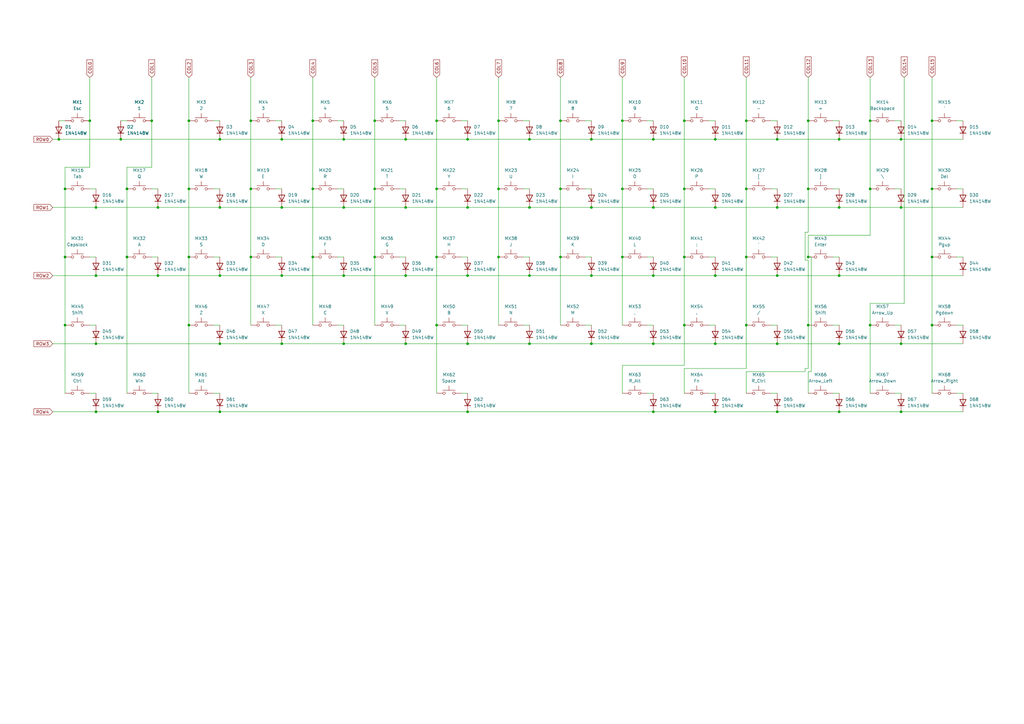
<source format=kicad_sch>
(kicad_sch (version 20250114) (generator "eeschema") (generator_version "9.0")
  (paper "A3")
  (junction (at 306.07 105.41))
  (junction (at 318.77 57.15))
  (junction (at 293.37 85.09))
  (junction (at 356.87 133.35))
  (junction (at 331.47 133.35))
  (junction (at 369.57 85.09))
  (junction (at 217.17 85.09))
  (junction (at 140.97 140.97))
  (junction (at 77.47 105.41))
  (junction (at 255.27 105.41))
  (junction (at 280.67 133.35))
  (junction (at 102.87 77.47))
  (junction (at 77.47 77.47))
  (junction (at 64.77 113.03))
  (junction (at 204.47 77.47))
  (junction (at 191.77 57.15))
  (junction (at 331.47 105.41))
  (junction (at 267.97 168.91))
  (junction (at 344.17 57.15))
  (junction (at 179.07 49.53))
  (junction (at 102.87 105.41))
  (junction (at 293.37 113.03))
  (junction (at 166.37 57.15))
  (junction (at 179.07 133.35))
  (junction (at 344.17 168.91))
  (junction (at 39.37 85.09))
  (junction (at 217.17 113.03))
  (junction (at 293.37 140.97))
  (junction (at 90.17 113.03))
  (junction (at 90.17 140.97))
  (junction (at 306.07 133.35))
  (junction (at 153.67 105.41))
  (junction (at 115.57 57.15))
  (junction (at 36.83 49.53))
  (junction (at 90.17 57.15))
  (junction (at 280.67 105.41))
  (junction (at 128.27 49.53))
  (junction (at 62.23 49.53))
  (junction (at 52.07 105.41))
  (junction (at 39.37 140.97))
  (junction (at 102.87 49.53))
  (junction (at 306.07 49.53))
  (junction (at 382.27 105.41))
  (junction (at 191.77 113.03))
  (junction (at 344.17 113.03))
  (junction (at 344.17 140.97))
  (junction (at 140.97 57.15))
  (junction (at 77.47 49.53))
  (junction (at 128.27 105.41))
  (junction (at 318.77 85.09))
  (junction (at 369.57 140.97))
  (junction (at 267.97 57.15))
  (junction (at 229.87 77.47))
  (junction (at 382.27 133.35))
  (junction (at 90.17 168.91))
  (junction (at 267.97 113.03))
  (junction (at 267.97 140.97))
  (junction (at 217.17 140.97))
  (junction (at 344.17 85.09))
  (junction (at 90.17 85.09))
  (junction (at 280.67 49.53))
  (junction (at 293.37 168.91))
  (junction (at 115.57 140.97))
  (junction (at 242.57 57.15))
  (junction (at 331.47 77.47))
  (junction (at 242.57 113.03))
  (junction (at 369.57 168.91))
  (junction (at 166.37 113.03))
  (junction (at 306.07 77.47))
  (junction (at 26.67 105.41))
  (junction (at 179.07 77.47))
  (junction (at 153.67 49.53))
  (junction (at 64.77 168.91))
  (junction (at 191.77 168.91))
  (junction (at 204.47 49.53))
  (junction (at 318.77 140.97))
  (junction (at 24.13 57.15))
  (junction (at 356.87 77.47))
  (junction (at 242.57 85.09))
  (junction (at 255.27 77.47))
  (junction (at 179.07 105.41))
  (junction (at 369.57 57.15))
  (junction (at 140.97 85.09))
  (junction (at 26.67 77.47))
  (junction (at 49.53 57.15))
  (junction (at 242.57 140.97))
  (junction (at 166.37 140.97))
  (junction (at 64.77 85.09))
  (junction (at 128.27 77.47))
  (junction (at 331.47 49.53))
  (junction (at 382.27 49.53))
  (junction (at 166.37 85.09))
  (junction (at 39.37 113.03))
  (junction (at 382.27 77.47))
  (junction (at 293.37 57.15))
  (junction (at 26.67 133.35))
  (junction (at 356.87 49.53))
  (junction (at 280.67 77.47))
  (junction (at 39.37 168.91))
  (junction (at 52.07 77.47))
  (junction (at 204.47 105.41))
  (junction (at 318.77 168.91))
  (junction (at 140.97 113.03))
  (junction (at 191.77 85.09))
  (junction (at 115.57 85.09))
  (junction (at 153.67 77.47))
  (junction (at 217.17 57.15))
  (junction (at 115.57 113.03))
  (junction (at 229.87 49.53))
  (junction (at 77.47 133.35))
  (junction (at 229.87 105.41))
  (junction (at 191.77 140.97))
  (junction (at 255.27 49.53))
  (junction (at 318.77 113.03))
  (junction (at 267.97 85.09))
  (wire (pts (xy 344.17 168.91) (xy 369.57 168.91)))
  (wire (pts (xy 77.47 133.35) (xy 77.47 161.29)))
  (wire (pts (xy 77.47 49.53) (xy 77.47 77.47)))
  (wire (pts (xy 166.37 85.09) (xy 191.77 85.09)))
  (wire (pts (xy 191.77 85.09) (xy 217.17 85.09)))
  (wire (pts (xy 191.77 168.91) (xy 267.97 168.91)))
  (wire (pts (xy 306.07 152.4) (xy 330.2 152.4)))
  (wire (pts (xy 87.63 133.35) (xy 90.17 133.35)))
  (wire (pts (xy 140.97 57.15) (xy 166.37 57.15)))
  (wire (pts (xy 163.83 133.35) (xy 166.37 133.35)))
  (wire (pts (xy 87.63 49.53) (xy 90.17 49.53)))
  (wire (pts (xy 36.83 49.53) (xy 36.83 68.58)))
  (wire (pts (xy 179.07 77.47) (xy 179.07 105.41)))
  (wire (pts (xy 217.17 57.15) (xy 242.57 57.15)))
  (wire (pts (xy 36.83 105.41) (xy 39.37 105.41)))
  (wire (pts (xy 52.07 77.47) (xy 52.07 105.41)))
  (wire (pts (xy 77.47 31.75) (xy 77.47 49.53)))
  (wire (pts (xy 344.17 140.97) (xy 369.57 140.97)))
  (wire (pts (xy 26.67 133.35) (xy 26.67 161.29)))
  (wire (pts (xy 21.59 113.03) (xy 39.37 113.03)))
  (wire (pts (xy 382.27 77.47) (xy 382.27 105.41)))
  (wire (pts (xy 392.43 161.29) (xy 394.97 161.29)))
  (wire (pts (xy 64.77 168.91) (xy 90.17 168.91)))
  (wire (pts (xy 344.17 85.09) (xy 369.57 85.09)))
  (wire (pts (xy 356.87 133.35) (xy 356.87 161.29)))
  (wire (pts (xy 26.67 77.47) (xy 26.67 105.41)))
  (wire (pts (xy 293.37 85.09) (xy 318.77 85.09)))
  (wire (pts (xy 280.67 77.47) (xy 280.67 105.41)))
  (wire (pts (xy 267.97 57.15) (xy 293.37 57.15)))
  (wire (pts (xy 331.47 77.47) (xy 331.47 95.25)))
  (wire (pts (xy 242.57 140.97) (xy 267.97 140.97)))
  (wire (pts (xy 128.27 105.41) (xy 128.27 133.35)))
  (wire (pts (xy 392.43 49.53) (xy 394.97 49.53)))
  (wire (pts (xy 90.17 113.03) (xy 115.57 113.03)))
  (wire (pts (xy 306.07 133.35) (xy 306.07 151.13)))
  (wire (pts (xy 21.59 57.15) (xy 24.13 57.15)))
  (wire (pts (xy 330.2 95.25) (xy 331.47 95.25)))
  (wire (pts (xy 240.03 77.47) (xy 242.57 77.47)))
  (wire (pts (xy 229.87 105.41) (xy 229.87 133.35)))
  (wire (pts (xy 332.74 105.41) (xy 331.47 105.41)))
  (wire (pts (xy 280.67 133.35) (xy 280.67 149.86)))
  (wire (pts (xy 229.87 77.47) (xy 229.87 105.41)))
  (wire (pts (xy 64.77 113.03) (xy 90.17 113.03)))
  (wire (pts (xy 140.97 140.97) (xy 166.37 140.97)))
  (wire (pts (xy 369.57 57.15) (xy 394.97 57.15)))
  (wire (pts (xy 214.63 49.53) (xy 217.17 49.53)))
  (wire (pts (xy 290.83 161.29) (xy 293.37 161.29)))
  (wire (pts (xy 26.67 105.41) (xy 26.67 133.35)))
  (wire (pts (xy 382.27 105.41) (xy 382.27 133.35)))
  (wire (pts (xy 191.77 113.03) (xy 217.17 113.03)))
  (wire (pts (xy 242.57 113.03) (xy 267.97 113.03)))
  (wire (pts (xy 229.87 49.53) (xy 229.87 77.47)))
  (wire (pts (xy 280.67 105.41) (xy 280.67 133.35)))
  (wire (pts (xy 341.63 105.41) (xy 344.17 105.41)))
  (wire (pts (xy 204.47 49.53) (xy 204.47 77.47)))
  (wire (pts (xy 332.74 152.4) (xy 332.74 105.41)))
  (wire (pts (xy 356.87 49.53) (xy 356.87 77.47)))
  (wire (pts (xy 49.53 49.53) (xy 52.07 49.53)))
  (wire (pts (xy 242.57 85.09) (xy 267.97 85.09)))
  (wire (pts (xy 344.17 113.03) (xy 394.97 113.03)))
  (wire (pts (xy 217.17 113.03) (xy 242.57 113.03)))
  (wire (pts (xy 153.67 105.41) (xy 153.67 133.35)))
  (wire (pts (xy 62.23 31.75) (xy 62.23 49.53)))
  (wire (pts (xy 166.37 113.03) (xy 191.77 113.03)))
  (wire (pts (xy 115.57 140.97) (xy 140.97 140.97)))
  (wire (pts (xy 306.07 31.75) (xy 306.07 49.53)))
  (wire (pts (xy 102.87 31.75) (xy 102.87 49.53)))
  (wire (pts (xy 331.47 96.52) (xy 331.47 105.41)))
  (wire (pts (xy 265.43 49.53) (xy 267.97 49.53)))
  (wire (pts (xy 306.07 77.47) (xy 306.07 105.41)))
  (wire (pts (xy 64.77 85.09) (xy 90.17 85.09)))
  (wire (pts (xy 138.43 105.41) (xy 140.97 105.41)))
  (wire (pts (xy 179.07 105.41) (xy 179.07 133.35)))
  (wire (pts (xy 24.13 49.53) (xy 26.67 49.53)))
  (wire (pts (xy 52.07 68.58) (xy 52.07 77.47)))
  (wire (pts (xy 191.77 57.15) (xy 217.17 57.15)))
  (wire (pts (xy 369.57 168.91) (xy 394.97 168.91)))
  (wire (pts (xy 189.23 105.41) (xy 191.77 105.41)))
  (wire (pts (xy 39.37 168.91) (xy 64.77 168.91)))
  (wire (pts (xy 331.47 133.35) (xy 331.47 151.13)))
  (wire (pts (xy 140.97 85.09) (xy 166.37 85.09)))
  (wire (pts (xy 166.37 57.15) (xy 191.77 57.15)))
  (wire (pts (xy 113.03 105.41) (xy 115.57 105.41)))
  (wire (pts (xy 62.23 49.53) (xy 62.23 68.58)))
  (wire (pts (xy 191.77 140.97) (xy 217.17 140.97)))
  (wire (pts (xy 204.47 31.75) (xy 204.47 49.53)))
  (wire (pts (xy 267.97 140.97) (xy 293.37 140.97)))
  (wire (pts (xy 21.59 168.91) (xy 39.37 168.91)))
  (wire (pts (xy 356.87 77.47) (xy 356.87 96.52)))
  (wire (pts (xy 382.27 49.53) (xy 382.27 77.47)))
  (wire (pts (xy 62.23 105.41) (xy 64.77 105.41)))
  (wire (pts (xy 113.03 133.35) (xy 115.57 133.35)))
  (wire (pts (xy 318.77 57.15) (xy 344.17 57.15)))
  (wire (pts (xy 280.67 31.75) (xy 280.67 49.53)))
  (wire (pts (xy 179.07 133.35) (xy 179.07 161.29)))
  (wire (pts (xy 102.87 49.53) (xy 102.87 77.47)))
  (wire (pts (xy 367.03 49.53) (xy 369.57 49.53)))
  (wire (pts (xy 204.47 77.47) (xy 204.47 105.41)))
  (wire (pts (xy 26.67 68.58) (xy 36.83 68.58)))
  (wire (pts (xy 318.77 140.97) (xy 344.17 140.97)))
  (wire (pts (xy 265.43 161.29) (xy 267.97 161.29)))
  (wire (pts (xy 331.47 49.53) (xy 331.47 77.47)))
  (wire (pts (xy 316.23 161.29) (xy 318.77 161.29)))
  (wire (pts (xy 293.37 140.97) (xy 318.77 140.97)))
  (wire (pts (xy 39.37 85.09) (xy 21.59 85.09)))
  (wire (pts (xy 265.43 77.47) (xy 267.97 77.47)))
  (wire (pts (xy 316.23 77.47) (xy 318.77 77.47)))
  (wire (pts (xy 229.87 31.75) (xy 229.87 49.53)))
  (wire (pts (xy 331.47 96.52) (xy 356.87 96.52)))
  (wire (pts (xy 36.83 77.47) (xy 39.37 77.47)))
  (wire (pts (xy 90.17 57.15) (xy 115.57 57.15)))
  (wire (pts (xy 316.23 105.41) (xy 318.77 105.41)))
  (wire (pts (xy 293.37 113.03) (xy 318.77 113.03)))
  (wire (pts (xy 179.07 49.53) (xy 179.07 77.47)))
  (wire (pts (xy 392.43 105.41) (xy 394.97 105.41)))
  (wire (pts (xy 255.27 49.53) (xy 255.27 77.47)))
  (wire (pts (xy 214.63 133.35) (xy 217.17 133.35)))
  (wire (pts (xy 293.37 168.91) (xy 318.77 168.91)))
  (wire (pts (xy 306.07 105.41) (xy 306.07 133.35)))
  (wire (pts (xy 240.03 49.53) (xy 242.57 49.53)))
  (wire (pts (xy 341.63 161.29) (xy 344.17 161.29)))
  (wire (pts (xy 356.87 31.75) (xy 356.87 49.53)))
  (wire (pts (xy 115.57 113.03) (xy 140.97 113.03)))
  (wire (pts (xy 242.57 57.15) (xy 267.97 57.15)))
  (wire (pts (xy 115.57 85.09) (xy 140.97 85.09)))
  (wire (pts (xy 39.37 140.97) (xy 90.17 140.97)))
  (wire (pts (xy 369.57 140.97) (xy 394.97 140.97)))
  (wire (pts (xy 330.2 151.13) (xy 331.47 151.13)))
  (wire (pts (xy 331.47 106.68) (xy 330.2 106.68)))
  (wire (pts (xy 330.2 106.68) (xy 330.2 95.25)))
  (wire (pts (xy 290.83 105.41) (xy 293.37 105.41)))
  (wire (pts (xy 128.27 31.75) (xy 128.27 49.53)))
  (wire (pts (xy 382.27 31.75) (xy 382.27 49.53)))
  (wire (pts (xy 265.43 105.41) (xy 267.97 105.41)))
  (wire (pts (xy 90.17 140.97) (xy 115.57 140.97)))
  (wire (pts (xy 330.2 152.4) (xy 330.2 151.13)))
  (wire (pts (xy 138.43 133.35) (xy 140.97 133.35)))
  (wire (pts (xy 280.67 49.53) (xy 280.67 77.47)))
  (wire (pts (xy 356.87 124.46) (xy 370.84 124.46)))
  (wire (pts (xy 341.63 77.47) (xy 344.17 77.47)))
  (wire (pts (xy 39.37 113.03) (xy 64.77 113.03)))
  (wire (pts (xy 26.67 77.47) (xy 26.67 68.58)))
  (wire (pts (xy 280.67 151.13) (xy 280.67 161.29)))
  (wire (pts (xy 255.27 149.86) (xy 280.67 149.86)))
  (wire (pts (xy 115.57 57.15) (xy 140.97 57.15)))
  (wire (pts (xy 140.97 113.03) (xy 166.37 113.03)))
  (wire (pts (xy 166.37 140.97) (xy 191.77 140.97)))
  (wire (pts (xy 293.37 57.15) (xy 318.77 57.15)))
  (wire (pts (xy 331.47 152.4) (xy 332.74 152.4)))
  (wire (pts (xy 36.83 31.75) (xy 36.83 49.53)))
  (wire (pts (xy 331.47 31.75) (xy 331.47 49.53)))
  (wire (pts (xy 255.27 31.75) (xy 255.27 49.53)))
  (wire (pts (xy 255.27 149.86) (xy 255.27 161.29)))
  (wire (pts (xy 90.17 85.09) (xy 115.57 85.09)))
  (wire (pts (xy 331.47 161.29) (xy 331.47 152.4)))
  (wire (pts (xy 367.03 133.35) (xy 369.57 133.35)))
  (wire (pts (xy 280.67 151.13) (xy 306.07 151.13)))
  (wire (pts (xy 267.97 168.91) (xy 293.37 168.91)))
  (wire (pts (xy 318.77 85.09) (xy 344.17 85.09)))
  (wire (pts (xy 316.23 133.35) (xy 318.77 133.35)))
  (wire (pts (xy 163.83 49.53) (xy 166.37 49.53)))
  (wire (pts (xy 49.53 57.15) (xy 90.17 57.15)))
  (wire (pts (xy 189.23 77.47) (xy 191.77 77.47)))
  (wire (pts (xy 204.47 105.41) (xy 204.47 133.35)))
  (wire (pts (xy 128.27 49.53) (xy 128.27 77.47)))
  (wire (pts (xy 217.17 85.09) (xy 242.57 85.09)))
  (wire (pts (xy 265.43 133.35) (xy 267.97 133.35)))
  (wire (pts (xy 341.63 49.53) (xy 344.17 49.53)))
  (wire (pts (xy 267.97 113.03) (xy 293.37 113.03)))
  (wire (pts (xy 240.03 133.35) (xy 242.57 133.35)))
  (wire (pts (xy 356.87 124.46) (xy 356.87 133.35)))
  (wire (pts (xy 52.07 105.41) (xy 52.07 161.29)))
  (wire (pts (xy 102.87 105.41) (xy 102.87 133.35)))
  (wire (pts (xy 290.83 49.53) (xy 293.37 49.53)))
  (wire (pts (xy 138.43 77.47) (xy 140.97 77.47)))
  (wire (pts (xy 113.03 49.53) (xy 115.57 49.53)))
  (wire (pts (xy 240.03 105.41) (xy 242.57 105.41)))
  (wire (pts (xy 370.84 31.75) (xy 370.84 124.46)))
  (wire (pts (xy 189.23 49.53) (xy 191.77 49.53)))
  (wire (pts (xy 21.59 140.97) (xy 39.37 140.97)))
  (wire (pts (xy 189.23 133.35) (xy 191.77 133.35)))
  (wire (pts (xy 24.13 57.15) (xy 49.53 57.15)))
  (wire (pts (xy 153.67 31.75) (xy 153.67 49.53)))
  (wire (pts (xy 163.83 105.41) (xy 166.37 105.41)))
  (wire (pts (xy 36.83 161.29) (xy 39.37 161.29)))
  (wire (pts (xy 290.83 77.47) (xy 293.37 77.47)))
  (wire (pts (xy 153.67 49.53) (xy 153.67 77.47)))
  (wire (pts (xy 77.47 77.47) (xy 77.47 105.41)))
  (wire (pts (xy 318.77 113.03) (xy 344.17 113.03)))
  (wire (pts (xy 369.57 85.09) (xy 394.97 85.09)))
  (wire (pts (xy 62.23 77.47) (xy 64.77 77.47)))
  (wire (pts (xy 102.87 77.47) (xy 102.87 105.41)))
  (wire (pts (xy 331.47 133.35) (xy 331.47 106.68)))
  (wire (pts (xy 153.67 77.47) (xy 153.67 105.41)))
  (wire (pts (xy 255.27 105.41) (xy 255.27 133.35)))
  (wire (pts (xy 189.23 161.29) (xy 191.77 161.29)))
  (wire (pts (xy 267.97 85.09) (xy 293.37 85.09)))
  (wire (pts (xy 214.63 77.47) (xy 217.17 77.47)))
  (wire (pts (xy 367.03 161.29) (xy 369.57 161.29)))
  (wire (pts (xy 90.17 168.91) (xy 191.77 168.91)))
  (wire (pts (xy 87.63 161.29) (xy 90.17 161.29)))
  (wire (pts (xy 77.47 105.41) (xy 77.47 133.35)))
  (wire (pts (xy 344.17 57.15) (xy 369.57 57.15)))
  (wire (pts (xy 318.77 168.91) (xy 344.17 168.91)))
  (wire (pts (xy 62.23 68.58) (xy 52.07 68.58)))
  (wire (pts (xy 87.63 105.41) (xy 90.17 105.41)))
  (wire (pts (xy 217.17 140.97) (xy 242.57 140.97)))
  (wire (pts (xy 128.27 77.47) (xy 128.27 105.41)))
  (wire (pts (xy 36.83 133.35) (xy 39.37 133.35)))
  (wire (pts (xy 382.27 133.35) (xy 382.27 161.29)))
  (wire (pts (xy 341.63 133.35) (xy 344.17 133.35)))
  (wire (pts (xy 62.23 161.29) (xy 64.77 161.29)))
  (wire (pts (xy 306.07 161.29) (xy 306.07 152.4)))
  (wire (pts (xy 367.03 77.47) (xy 369.57 77.47)))
  (wire (pts (xy 392.43 77.47) (xy 394.97 77.47)))
  (wire (pts (xy 290.83 133.35) (xy 293.37 133.35)))
  (wire (pts (xy 214.63 105.41) (xy 217.17 105.41)))
  (wire (pts (xy 138.43 49.53) (xy 140.97 49.53)))
  (wire (pts (xy 316.23 49.53) (xy 318.77 49.53)))
  (wire (pts (xy 39.37 85.09) (xy 64.77 85.09)))
  (wire (pts (xy 113.03 77.47) (xy 115.57 77.47)))
  (wire (pts (xy 392.43 133.35) (xy 394.97 133.35)))
  (wire (pts (xy 255.27 77.47) (xy 255.27 105.41)))
  (wire (pts (xy 179.07 31.75) (xy 179.07 49.53)))
  (wire (pts (xy 163.83 77.47) (xy 166.37 77.47)))
  (wire (pts (xy 87.63 77.47) (xy 90.17 77.47)))
  (wire (pts (xy 306.07 49.53) (xy 306.07 77.47)))
  (global_label "COL1" (shape input) (at 62.23 31.75 90) (property "Intersheetrefs" "${INTERSHEET_REFS}" (effects (hide yes))))
  (global_label "COL11" (shape input) (at 306.07 31.75 90) (property "Intersheetrefs" "${INTERSHEET_REFS}" (effects (hide yes))))
  (global_label "COL13" (shape input) (at 356.87 31.75 90) (property "Intersheetrefs" "${INTERSHEET_REFS}" (effects (hide yes))))
  (global_label "COL2" (shape input) (at 77.47 31.75 90) (property "Intersheetrefs" "${INTERSHEET_REFS}" (effects (hide yes))))
  (global_label "COL6" (shape input) (at 179.07 31.75 90) (property "Intersheetrefs" "${INTERSHEET_REFS}" (effects (hide yes))))
  (global_label "COL14" (shape input) (at 370.84 31.75 90) (property "Intersheetrefs" "${INTERSHEET_REFS}" (effects (hide yes))))
  (global_label "COL7" (shape input) (at 204.47 31.75 90) (property "Intersheetrefs" "${INTERSHEET_REFS}" (effects (hide yes))))
  (global_label "ROW2" (shape input) (at 21.59 113.03 180) (property "Intersheetrefs" "${INTERSHEET_REFS}" (effects (hide yes))))
  (global_label "ROW0" (shape input) (at 21.59 57.15 180) (property "Intersheetrefs" "${INTERSHEET_REFS}" (effects (hide yes))))
  (global_label "COL3" (shape input) (at 102.87 31.75 90) (property "Intersheetrefs" "${INTERSHEET_REFS}" (effects (hide yes))))
  (global_label "COL5" (shape input) (at 153.67 31.75 90) (property "Intersheetrefs" "${INTERSHEET_REFS}" (effects (hide yes))))
  (global_label "ROW4" (shape input) (at 21.59 168.91 180) (property "Intersheetrefs" "${INTERSHEET_REFS}" (effects (hide yes))))
  (global_label "COL0" (shape input) (at 36.83 31.75 90) (property "Intersheetrefs" "${INTERSHEET_REFS}" (effects (hide yes))))
  (global_label "COL8" (shape input) (at 229.87 31.75 90) (property "Intersheetrefs" "${INTERSHEET_REFS}" (effects (hide yes))))
  (global_label "ROW3" (shape input) (at 21.59 140.97 180) (property "Intersheetrefs" "${INTERSHEET_REFS}" (effects (hide yes))))
  (global_label "COL15" (shape input) (at 382.27 31.75 90) (property "Intersheetrefs" "${INTERSHEET_REFS}" (effects (hide yes))))
  (global_label "COL10" (shape input) (at 280.67 31.75 90) (property "Intersheetrefs" "${INTERSHEET_REFS}" (effects (hide yes))))
  (global_label "COL4" (shape input) (at 128.27 31.75 90) (property "Intersheetrefs" "${INTERSHEET_REFS}" (effects (hide yes))))
  (global_label "COL9" (shape input) (at 255.27 31.75 90) (property "Intersheetrefs" "${INTERSHEET_REFS}" (effects (hide yes))))
  (global_label "COL12" (shape input) (at 331.47 31.75 90) (property "Intersheetrefs" "${INTERSHEET_REFS}" (effects (hide yes))))
  (global_label "ROW1" (shape input) (at 21.59 85.09 180) (property "Intersheetrefs" "${INTERSHEET_REFS}" (effects (hide yes))))
  (symbol (lib_id "Switch:SW_Push") (at 57.15 49.53 0) (unit 1)
    (property "Reference" "MX2" (at 57.15 41.91 0))
    (property "Value" "1" (at 57.15 44.45 0))
    (property "Footprint" "MX_Hotswap:MX-Hotswap-1U" (effects (hide yes)))
    (property "Description" "Push button switch, generic, two pins" (effects (hide yes)))
  )
  (symbol (lib_id "Switch:SW_Push") (at 82.55 77.47 0) (unit 1)
    (property "Reference" "MX18" (at 82.55 69.85 0))
    (property "Value" "W" (at 82.55 72.39 0))
    (property "Footprint" "MX_Hotswap:MX-Hotswap-1U" (effects (hide yes)))
    (property "Description" "Push button switch, generic, two pins" (effects (hide yes)))
  )
  (symbol (lib_id "Device:D") (at 293.37 137.16 90) (unit 1)
    (property "Reference" "D54" (at 295.91 135.8899 90) (effects (justify right)))
    (property "Value" "1N4148W" (at 295.91 138.4299 90) (effects (justify right)))
    (property "Footprint" "Diode_SMD:D_SOD-123" (effects (hide yes)))
    (property "Description" "Diode" (effects (hide yes)))
    (property "Sim.Device" "D" (effects (hide yes)))
    (property "Sim.Pins" "1=K 2=A" (effects (hide yes)))
  )
  (symbol (lib_id "Switch:SW_Push") (at 361.95 49.53 0) (unit 1)
    (property "Reference" "MX14" (at 361.95 41.91 0))
    (property "Value" "Backspace" (at 361.95 44.45 0))
    (property "Footprint" "MX_Hotswap:MX-Hotswap-2U" (effects (hide yes)))
    (property "Description" "Push button switch, generic, two pins" (effects (hide yes)))
  )
  (symbol (lib_id "Switch:SW_Push") (at 311.15 77.47 0) (unit 1)
    (property "Reference" "MX27" (at 311.15 69.85 0))
    (property "Value" "[" (at 311.15 72.39 0))
    (property "Footprint" "MX_Hotswap:MX-Hotswap-1U" (effects (hide yes)))
    (property "Description" "Push button switch, generic, two pins" (effects (hide yes)))
  )
  (symbol (lib_id "Device:D") (at 90.17 53.34 90) (unit 1)
    (property "Reference" "D3" (at 92.71 52.0699 90) (effects (justify right)))
    (property "Value" "1N4148W" (at 92.71 54.6099 90) (effects (justify right)))
    (property "Footprint" "Diode_SMD:D_SOD-123" (effects (hide yes)))
    (property "Description" "Diode" (effects (hide yes)))
    (property "Sim.Device" "D" (effects (hide yes)))
    (property "Sim.Pins" "1=K 2=A" (effects (hide yes)))
  )
  (symbol (lib_id "Device:D") (at 344.17 81.28 90) (unit 1)
    (property "Reference" "D28" (at 346.71 80.0099 90) (effects (justify right)))
    (property "Value" "1N4148W" (at 346.71 82.5499 90) (effects (justify right)))
    (property "Footprint" "Diode_SMD:D_SOD-123" (effects (hide yes)))
    (property "Description" "Diode" (effects (hide yes)))
    (property "Sim.Device" "D" (effects (hide yes)))
    (property "Sim.Pins" "1=K 2=A" (effects (hide yes)))
  )
  (symbol (lib_id "Device:D") (at 242.57 109.22 90) (unit 1)
    (property "Reference" "D39" (at 245.11 107.9499 90) (effects (justify right)))
    (property "Value" "1N4148W" (at 245.11 110.4899 90) (effects (justify right)))
    (property "Footprint" "Diode_SMD:D_SOD-123" (effects (hide yes)))
    (property "Description" "Diode" (effects (hide yes)))
    (property "Sim.Device" "D" (effects (hide yes)))
    (property "Sim.Pins" "1=K 2=A" (effects (hide yes)))
  )
  (symbol (lib_id "Switch:SW_Push") (at 31.75 105.41 0) (unit 1)
    (property "Reference" "MX31" (at 31.75 97.79 0))
    (property "Value" "Capslock" (at 31.75 100.33 0))
    (property "Footprint" "MX_Hotswap:MX-Hotswap-1.75U" (effects (hide yes)))
    (property "Description" "Push button switch, generic, two pins" (effects (hide yes)))
  )
  (symbol (lib_id "Switch:SW_Push") (at 31.75 133.35 0) (unit 1)
    (property "Reference" "MX45" (at 31.75 125.73 0))
    (property "Value" "Shift" (at 31.75 128.27 0))
    (property "Footprint" "MX_Hotswap:MX-Hotswap-2.25U" (effects (hide yes)))
    (property "Description" "Push button switch, generic, two pins" (effects (hide yes)))
  )
  (symbol (lib_id "Device:D") (at 115.57 53.34 90) (unit 1)
    (property "Reference" "D4" (at 118.11 52.0699 90) (effects (justify right)))
    (property "Value" "1N4148W" (at 118.11 54.6099 90) (effects (justify right)))
    (property "Footprint" "Diode_SMD:D_SOD-123" (effects (hide yes)))
    (property "Description" "Diode" (effects (hide yes)))
    (property "Sim.Device" "D" (effects (hide yes)))
    (property "Sim.Pins" "1=K 2=A" (effects (hide yes)))
  )
  (symbol (lib_id "Switch:SW_Push") (at 82.55 133.35 0) (unit 1)
    (property "Reference" "MX46" (at 82.55 125.73 0))
    (property "Value" "Z" (at 82.55 128.27 0))
    (property "Footprint" "MX_Hotswap:MX-Hotswap-1U" (effects (hide yes)))
    (property "Description" "Push button switch, generic, two pins" (effects (hide yes)))
  )
  (symbol (lib_id "Device:D") (at 39.37 109.22 90) (unit 1)
    (property "Reference" "D31" (at 41.91 107.9499 90) (effects (justify right)))
    (property "Value" "1N4148W" (at 41.91 110.4899 90) (effects (justify right)))
    (property "Footprint" "Diode_SMD:D_SOD-123" (effects (hide yes)))
    (property "Description" "Diode" (effects (hide yes)))
    (property "Sim.Device" "D" (effects (hide yes)))
    (property "Sim.Pins" "1=K 2=A" (effects (hide yes)))
  )
  (symbol (lib_id "Switch:SW_Push") (at 387.35 105.41 0) (unit 1)
    (property "Reference" "MX44" (at 387.35 97.79 0))
    (property "Value" "Pgup" (at 387.35 100.33 0))
    (property "Footprint" "MX_Hotswap:MX-Hotswap-1U" (effects (hide yes)))
    (property "Description" "Push button switch, generic, two pins" (effects (hide yes)))
  )
  (symbol (lib_id "Device:D") (at 369.57 137.16 90) (unit 1)
    (property "Reference" "D57" (at 372.11 135.8899 90) (effects (justify right)))
    (property "Value" "1N4148W" (at 372.11 138.4299 90) (effects (justify right)))
    (property "Footprint" "Diode_SMD:D_SOD-123" (effects (hide yes)))
    (property "Description" "Diode" (effects (hide yes)))
    (property "Sim.Device" "D" (effects (hide yes)))
    (property "Sim.Pins" "1=K 2=A" (effects (hide yes)))
  )
  (symbol (lib_id "Switch:SW_Push") (at 387.35 77.47 0) (unit 1)
    (property "Reference" "MX30" (at 387.35 69.85 0))
    (property "Value" "Del" (at 387.35 72.39 0))
    (property "Footprint" "MX_Hotswap:MX-Hotswap-1U" (effects (hide yes)))
    (property "Description" "Push button switch, generic, two pins" (effects (hide yes)))
  )
  (symbol (lib_id "Device:D") (at 293.37 109.22 90) (unit 1)
    (property "Reference" "D41" (at 295.91 107.9499 90) (effects (justify right)))
    (property "Value" "1N4148W" (at 295.91 110.4899 90) (effects (justify right)))
    (property "Footprint" "Diode_SMD:D_SOD-123" (effects (hide yes)))
    (property "Description" "Diode" (effects (hide yes)))
    (property "Sim.Device" "D" (effects (hide yes)))
    (property "Sim.Pins" "1=K 2=A" (effects (hide yes)))
  )
  (symbol (lib_id "Switch:SW_Push") (at 260.35 133.35 0) (unit 1)
    (property "Reference" "MX53" (at 260.35 125.73 0))
    (property "Value" "," (at 260.35 128.27 0))
    (property "Footprint" "MX_Hotswap:MX-Hotswap-1U" (effects (hide yes)))
    (property "Description" "Push button switch, generic, two pins" (effects (hide yes)))
  )
  (symbol (lib_id "Device:D") (at 242.57 137.16 90) (unit 1)
    (property "Reference" "D52" (at 245.11 135.8899 90) (effects (justify right)))
    (property "Value" "1N4148W" (at 245.11 138.4299 90) (effects (justify right)))
    (property "Footprint" "Diode_SMD:D_SOD-123" (effects (hide yes)))
    (property "Description" "Diode" (effects (hide yes)))
    (property "Sim.Device" "D" (effects (hide yes)))
    (property "Sim.Pins" "1=K 2=A" (effects (hide yes)))
  )
  (symbol (lib_id "Device:D") (at 191.77 137.16 90) (unit 1)
    (property "Reference" "D50" (at 194.31 135.8899 90) (effects (justify right)))
    (property "Value" "1N4148W" (at 194.31 138.4299 90) (effects (justify right)))
    (property "Footprint" "Diode_SMD:D_SOD-123" (effects (hide yes)))
    (property "Description" "Diode" (effects (hide yes)))
    (property "Sim.Device" "D" (effects (hide yes)))
    (property "Sim.Pins" "1=K 2=A" (effects (hide yes)))
  )
  (symbol (lib_id "Device:D") (at 318.77 137.16 90) (unit 1)
    (property "Reference" "D55" (at 321.31 135.8899 90) (effects (justify right)))
    (property "Value" "1N4148W" (at 321.31 138.4299 90) (effects (justify right)))
    (property "Footprint" "Diode_SMD:D_SOD-123" (effects (hide yes)))
    (property "Description" "Diode" (effects (hide yes)))
    (property "Sim.Device" "D" (effects (hide yes)))
    (property "Sim.Pins" "1=K 2=A" (effects (hide yes)))
  )
  (symbol (lib_id "Device:D") (at 39.37 165.1 90) (unit 1)
    (property "Reference" "D59" (at 41.91 163.8299 90) (effects (justify right)))
    (property "Value" "1N4148W" (at 41.91 166.3699 90) (effects (justify right)))
    (property "Footprint" "Diode_SMD:D_SOD-123" (effects (hide yes)))
    (property "Description" "Diode" (effects (hide yes)))
    (property "Sim.Device" "D" (effects (hide yes)))
    (property "Sim.Pins" "1=K 2=A" (effects (hide yes)))
  )
  (symbol (lib_id "Device:D") (at 242.57 53.34 90) (unit 1)
    (property "Reference" "D9" (at 245.11 52.0699 90) (effects (justify right)))
    (property "Value" "1N4148W" (at 245.11 54.6099 90) (effects (justify right)))
    (property "Footprint" "Diode_SMD:D_SOD-123" (effects (hide yes)))
    (property "Description" "Diode" (effects (hide yes)))
    (property "Sim.Device" "D" (effects (hide yes)))
    (property "Sim.Pins" "1=K 2=A" (effects (hide yes)))
  )
  (symbol (lib_id "Switch:SW_Push") (at 260.35 77.47 0) (unit 1)
    (property "Reference" "MX25" (at 260.35 69.85 0))
    (property "Value" "O" (at 260.35 72.39 0))
    (property "Footprint" "MX_Hotswap:MX-Hotswap-1U" (effects (hide yes)))
    (property "Description" "Push button switch, generic, two pins" (effects (hide yes)))
  )
  (symbol (lib_id "Device:D") (at 394.97 81.28 90) (unit 1)
    (property "Reference" "D30" (at 397.51 80.0099 90) (effects (justify right)))
    (property "Value" "1N4148W" (at 397.51 82.5499 90) (effects (justify right)))
    (property "Footprint" "Diode_SMD:D_SOD-123" (effects (hide yes)))
    (property "Description" "Diode" (effects (hide yes)))
    (property "Sim.Device" "D" (effects (hide yes)))
    (property "Sim.Pins" "1=K 2=A" (effects (hide yes)))
  )
  (symbol (lib_id "Device:D") (at 394.97 109.22 90) (unit 1)
    (property "Reference" "D44" (at 397.51 107.9499 90) (effects (justify right)))
    (property "Value" "1N4148W" (at 397.51 110.4899 90) (effects (justify right)))
    (property "Footprint" "Diode_SMD:D_SOD-123" (effects (hide yes)))
    (property "Description" "Diode" (effects (hide yes)))
    (property "Sim.Device" "D" (effects (hide yes)))
    (property "Sim.Pins" "1=K 2=A" (effects (hide yes)))
  )
  (symbol (lib_id "Switch:SW_Push") (at 184.15 49.53 0) (unit 1)
    (property "Reference" "MX7" (at 184.15 41.91 0))
    (property "Value" "6" (at 184.15 44.45 0))
    (property "Footprint" "MX_Hotswap:MX-Hotswap-1U" (effects (hide yes)))
    (property "Description" "Push button switch, generic, two pins" (effects (hide yes)))
  )
  (symbol (lib_id "Device:D") (at 344.17 53.34 90) (unit 1)
    (property "Reference" "D13" (at 346.71 52.0699 90) (effects (justify right)))
    (property "Value" "1N4148W" (at 346.71 54.6099 90) (effects (justify right)))
    (property "Footprint" "Diode_SMD:D_SOD-123" (effects (hide yes)))
    (property "Description" "Diode" (effects (hide yes)))
    (property "Sim.Device" "D" (effects (hide yes)))
    (property "Sim.Pins" "1=K 2=A" (effects (hide yes)))
  )
  (symbol (lib_id "Device:D") (at 49.53 53.34 90) (unit 1)
    (property "Reference" "D2" (at 52.07 52.0699 90) (effects (justify right)))
    (property "Value" "1N4148W" (at 52.07 54.6099 90) (effects (justify right)))
    (property "Footprint" "Diode_SMD:D_SOD-123" (effects (hide yes)))
    (property "Description" "Diode" (effects (hide yes)))
    (property "Sim.Device" "D" (effects (hide yes)))
    (property "Sim.Pins" "1=K 2=A" (effects (hide yes)))
  )
  (symbol (lib_id "Switch:SW_Push") (at 184.15 105.41 0) (unit 1)
    (property "Reference" "MX37" (at 184.15 97.79 0))
    (property "Value" "H" (at 184.15 100.33 0))
    (property "Footprint" "MX_Hotswap:MX-Hotswap-1U" (effects (hide yes)))
    (property "Description" "Push button switch, generic, two pins" (effects (hide yes)))
  )
  (symbol (lib_id "Device:D") (at 394.97 137.16 90) (unit 1)
    (property "Reference" "D58" (at 397.51 135.8899 90) (effects (justify right)))
    (property "Value" "1N4148W" (at 397.51 138.4299 90) (effects (justify right)))
    (property "Footprint" "Diode_SMD:D_SOD-123" (effects (hide yes)))
    (property "Description" "Diode" (effects (hide yes)))
    (property "Sim.Device" "D" (effects (hide yes)))
    (property "Sim.Pins" "1=K 2=A" (effects (hide yes)))
  )
  (symbol (lib_id "Switch:SW_Push") (at 133.35 49.53 0) (unit 1)
    (property "Reference" "MX5" (at 133.35 41.91 0))
    (property "Value" "4" (at 133.35 44.45 0))
    (property "Footprint" "MX_Hotswap:MX-Hotswap-1U" (effects (hide yes)))
    (property "Description" "Push button switch, generic, two pins" (effects (hide yes)))
  )
  (symbol (lib_id "Switch:SW_Push") (at 260.35 161.29 0) (unit 1)
    (property "Reference" "MX63" (at 260.35 153.67 0))
    (property "Value" "R_Alt" (at 260.35 156.21 0))
    (property "Footprint" "MX_Hotswap:MX-Hotswap-1U" (effects (hide yes)))
    (property "Description" "Push button switch, generic, two pins" (effects (hide yes)))
  )
  (symbol (lib_id "Device:D") (at 24.13 53.34 90) (unit 1)
    (property "Reference" "D1" (at 26.67 52.0699 90) (effects (justify right)))
    (property "Value" "1N4148W" (at 26.67 54.6099 90) (effects (justify right)))
    (property "Footprint" "Diode_SMD:D_SOD-123" (effects (hide yes)))
    (property "Description" "Diode" (effects (hide yes)))
    (property "Sim.Device" "D" (effects (hide yes)))
    (property "Sim.Pins" "1=K 2=A" (effects (hide yes)))
  )
  (symbol (lib_id "Switch:SW_Push") (at 82.55 161.29 0) (unit 1)
    (property "Reference" "MX61" (at 82.55 153.67 0))
    (property "Value" "Alt" (at 82.55 156.21 0))
    (property "Footprint" "MX_Hotswap:MX-Hotswap-1.25U" (effects (hide yes)))
    (property "Description" "Push button switch, generic, two pins" (effects (hide yes)))
  )
  (symbol (lib_id "Switch:SW_Push") (at 107.95 77.47 0) (unit 1)
    (property "Reference" "MX19" (at 107.95 69.85 0))
    (property "Value" "E" (at 107.95 72.39 0))
    (property "Footprint" "MX_Hotswap:MX-Hotswap-1U" (effects (hide yes)))
    (property "Description" "Push button switch, generic, two pins" (effects (hide yes)))
  )
  (symbol (lib_id "Device:D") (at 140.97 137.16 90) (unit 1)
    (property "Reference" "D48" (at 143.51 135.8899 90) (effects (justify right)))
    (property "Value" "1N4148W" (at 143.51 138.4299 90) (effects (justify right)))
    (property "Footprint" "Diode_SMD:D_SOD-123" (effects (hide yes)))
    (property "Description" "Diode" (effects (hide yes)))
    (property "Sim.Device" "D" (effects (hide yes)))
    (property "Sim.Pins" "1=K 2=A" (effects (hide yes)))
  )
  (symbol (lib_id "Switch:SW_Push") (at 107.95 133.35 0) (unit 1)
    (property "Reference" "MX47" (at 107.95 125.73 0))
    (property "Value" "X" (at 107.95 128.27 0))
    (property "Footprint" "MX_Hotswap:MX-Hotswap-1U" (effects (hide yes)))
    (property "Description" "Push button switch, generic, two pins" (effects (hide yes)))
  )
  (symbol (lib_id "Device:D") (at 267.97 165.1 90) (unit 1)
    (property "Reference" "D63" (at 270.51 163.8299 90) (effects (justify right)))
    (property "Value" "1N4148W" (at 270.51 166.3699 90) (effects (justify right)))
    (property "Footprint" "Diode_SMD:D_SOD-123" (effects (hide yes)))
    (property "Description" "Diode" (effects (hide yes)))
    (property "Sim.Device" "D" (effects (hide yes)))
    (property "Sim.Pins" "1=K 2=A" (effects (hide yes)))
  )
  (symbol (lib_id "Switch:SW_Push") (at 234.95 49.53 0) (unit 1)
    (property "Reference" "MX9" (at 234.95 41.91 0))
    (property "Value" "8" (at 234.95 44.45 0))
    (property "Footprint" "MX_Hotswap:MX-Hotswap-1U" (effects (hide yes)))
    (property "Description" "Push button switch, generic, two pins" (effects (hide yes)))
  )
  (symbol (lib_id "Switch:SW_Push") (at 387.35 133.35 0) (unit 1)
    (property "Reference" "MX58" (at 387.35 125.73 0))
    (property "Value" "Pgdown" (at 387.35 128.27 0))
    (property "Footprint" "MX_Hotswap:MX-Hotswap-1U" (effects (hide yes)))
    (property "Description" "Push button switch, generic, two pins" (effects (hide yes)))
  )
  (symbol (lib_id "Switch:SW_Push") (at 209.55 133.35 0) (unit 1)
    (property "Reference" "MX51" (at 209.55 125.73 0))
    (property "Value" "N" (at 209.55 128.27 0))
    (property "Footprint" "MX_Hotswap:MX-Hotswap-1U" (effects (hide yes)))
    (property "Description" "Push button switch, generic, two pins" (effects (hide yes)))
  )
  (symbol (lib_id "Device:D") (at 217.17 137.16 90) (unit 1)
    (property "Reference" "D51" (at 219.71 135.8899 90) (effects (justify right)))
    (property "Value" "1N4148W" (at 219.71 138.4299 90) (effects (justify right)))
    (property "Footprint" "Diode_SMD:D_SOD-123" (effects (hide yes)))
    (property "Description" "Diode" (effects (hide yes)))
    (property "Sim.Device" "D" (effects (hide yes)))
    (property "Sim.Pins" "1=K 2=A" (effects (hide yes)))
  )
  (symbol (lib_id "Device:D") (at 90.17 165.1 90) (unit 1)
    (property "Reference" "D61" (at 92.71 163.8299 90) (effects (justify right)))
    (property "Value" "1N4148W" (at 92.71 166.3699 90) (effects (justify right)))
    (property "Footprint" "Diode_SMD:D_SOD-123" (effects (hide yes)))
    (property "Description" "Diode" (effects (hide yes)))
    (property "Sim.Device" "D" (effects (hide yes)))
    (property "Sim.Pins" "1=K 2=A" (effects (hide yes)))
  )
  (symbol (lib_id "Device:D") (at 90.17 109.22 90) (unit 1)
    (property "Reference" "D33" (at 92.71 107.9499 90) (effects (justify right)))
    (property "Value" "1N4148W" (at 92.71 110.4899 90) (effects (justify right)))
    (property "Footprint" "Diode_SMD:D_SOD-123" (effects (hide yes)))
    (property "Description" "Diode" (effects (hide yes)))
    (property "Sim.Device" "D" (effects (hide yes)))
    (property "Sim.Pins" "1=K 2=A" (effects (hide yes)))
  )
  (symbol (lib_id "Device:D") (at 318.77 165.1 90) (unit 1)
    (property "Reference" "D65" (at 321.31 163.8299 90) (effects (justify right)))
    (property "Value" "1N4148W" (at 321.31 166.3699 90) (effects (justify right)))
    (property "Footprint" "Diode_SMD:D_SOD-123" (effects (hide yes)))
    (property "Description" "Diode" (effects (hide yes)))
    (property "Sim.Device" "D" (effects (hide yes)))
    (property "Sim.Pins" "1=K 2=A" (effects (hide yes)))
  )
  (symbol (lib_id "Switch:SW_Push") (at 234.95 105.41 0) (unit 1)
    (property "Reference" "MX39" (at 234.95 97.79 0))
    (property "Value" "K" (at 234.95 100.33 0))
    (property "Footprint" "MX_Hotswap:MX-Hotswap-1U" (effects (hide yes)))
    (property "Description" "Push button switch, generic, two pins" (effects (hide yes)))
  )
  (symbol (lib_id "Device:D") (at 166.37 137.16 90) (unit 1)
    (property "Reference" "D49" (at 168.91 135.8899 90) (effects (justify right)))
    (property "Value" "1N4148W" (at 168.91 138.4299 90) (effects (justify right)))
    (property "Footprint" "Diode_SMD:D_SOD-123" (effects (hide yes)))
    (property "Description" "Diode" (effects (hide yes)))
    (property "Sim.Device" "D" (effects (hide yes)))
    (property "Sim.Pins" "1=K 2=A" (effects (hide yes)))
  )
  (symbol (lib_id "Switch:SW_Push") (at 285.75 77.47 0) (unit 1)
    (property "Reference" "MX26" (at 285.75 69.85 0))
    (property "Value" "P" (at 285.75 72.39 0))
    (property "Footprint" "MX_Hotswap:MX-Hotswap-1U" (effects (hide yes)))
    (property "Description" "Push button switch, generic, two pins" (effects (hide yes)))
  )
  (symbol (lib_id "Switch:SW_Push") (at 361.95 161.29 0) (unit 1)
    (property "Reference" "MX67" (at 361.95 153.67 0))
    (property "Value" "Arrow_Down" (at 361.95 156.21 0))
    (property "Footprint" "MX_Hotswap:MX-Hotswap-1U" (effects (hide yes)))
    (property "Description" "Push button switch, generic, two pins" (effects (hide yes)))
  )
  (symbol (lib_id "Switch:SW_Push") (at 311.15 133.35 0) (unit 1)
    (property "Reference" "MX55" (at 311.15 125.73 0))
    (property "Value" "/" (at 311.15 128.27 0))
    (property "Footprint" "MX_Hotswap:MX-Hotswap-1U" (effects (hide yes)))
    (property "Description" "Push button switch, generic, two pins" (effects (hide yes)))
  )
  (symbol (lib_id "Device:D") (at 90.17 137.16 90) (unit 1)
    (property "Reference" "D46" (at 92.71 135.8899 90) (effects (justify right)))
    (property "Value" "1N4148W" (at 92.71 138.4299 90) (effects (justify right)))
    (property "Footprint" "Diode_SMD:D_SOD-123" (effects (hide yes)))
    (property "Description" "Diode" (effects (hide yes)))
    (property "Sim.Device" "D" (effects (hide yes)))
    (property "Sim.Pins" "1=K 2=A" (effects (hide yes)))
  )
  (symbol (lib_id "Switch:SW_Push") (at 285.75 49.53 0) (unit 1)
    (property "Reference" "MX11" (at 285.75 41.91 0))
    (property "Value" "0" (at 285.75 44.45 0))
    (property "Footprint" "MX_Hotswap:MX-Hotswap-1U" (effects (hide yes)))
    (property "Description" "Push button switch, generic, two pins" (effects (hide yes)))
  )
  (symbol (lib_id "Device:D") (at 191.77 109.22 90) (unit 1)
    (property "Reference" "D37" (at 194.31 107.9499 90) (effects (justify right)))
    (property "Value" "1N4148W" (at 194.31 110.4899 90) (effects (justify right)))
    (property "Footprint" "Diode_SMD:D_SOD-123" (effects (hide yes)))
    (property "Description" "Diode" (effects (hide yes)))
    (property "Sim.Device" "D" (effects (hide yes)))
    (property "Sim.Pins" "1=K 2=A" (effects (hide yes)))
  )
  (symbol (lib_id "Device:D") (at 318.77 81.28 90) (unit 1)
    (property "Reference" "D27" (at 321.31 80.0099 90) (effects (justify right)))
    (property "Value" "1N4148W" (at 321.31 82.5499 90) (effects (justify right)))
    (property "Footprint" "Diode_SMD:D_SOD-123" (effects (hide yes)))
    (property "Description" "Diode" (effects (hide yes)))
    (property "Sim.Device" "D" (effects (hide yes)))
    (property "Sim.Pins" "1=K 2=A" (effects (hide yes)))
  )
  (symbol (lib_id "Device:D") (at 166.37 53.34 90) (unit 1)
    (property "Reference" "D6" (at 168.91 52.0699 90) (effects (justify right)))
    (property "Value" "1N4148W" (at 168.91 54.6099 90) (effects (justify right)))
    (property "Footprint" "Diode_SMD:D_SOD-123" (effects (hide yes)))
    (property "Description" "Diode" (effects (hide yes)))
    (property "Sim.Device" "D" (effects (hide yes)))
    (property "Sim.Pins" "1=K 2=A" (effects (hide yes)))
  )
  (symbol (lib_id "Device:D") (at 293.37 81.28 90) (unit 1)
    (property "Reference" "D26" (at 295.91 80.0099 90) (effects (justify right)))
    (property "Value" "1N4148W" (at 295.91 82.5499 90) (effects (justify right)))
    (property "Footprint" "Diode_SMD:D_SOD-123" (effects (hide yes)))
    (property "Description" "Diode" (effects (hide yes)))
    (property "Sim.Device" "D" (effects (hide yes)))
    (property "Sim.Pins" "1=K 2=A" (effects (hide yes)))
  )
  (symbol (lib_id "Switch:SW_Push") (at 311.15 49.53 0) (unit 1)
    (property "Reference" "MX12" (at 311.15 41.91 0))
    (property "Value" "-" (at 311.15 44.45 0))
    (property "Footprint" "MX_Hotswap:MX-Hotswap-1U" (effects (hide yes)))
    (property "Description" "Push button switch, generic, two pins" (effects (hide yes)))
  )
  (symbol (lib_id "Switch:SW_Push") (at 361.95 77.47 0) (unit 1)
    (property "Reference" "MX29" (at 361.95 69.85 0))
    (property "Value" "\\" (at 361.95 72.39 0))
    (property "Footprint" "MX_Hotswap:MX-Hotswap-1.5U" (effects (hide yes)))
    (property "Description" "Push button switch, generic, two pins" (effects (hide yes)))
  )
  (symbol (lib_id "Device:D") (at 39.37 137.16 90) (unit 1)
    (property "Reference" "D45" (at 41.91 135.8899 90) (effects (justify right)))
    (property "Value" "1N4148W" (at 41.91 138.4299 90) (effects (justify right)))
    (property "Footprint" "Diode_SMD:D_SOD-123" (effects (hide yes)))
    (property "Description" "Diode" (effects (hide yes)))
    (property "Sim.Device" "D" (effects (hide yes)))
    (property "Sim.Pins" "1=K 2=A" (effects (hide yes)))
  )
  (symbol (lib_id "Switch:SW_Push") (at 311.15 105.41 0) (unit 1)
    (property "Reference" "MX42" (at 311.15 97.79 0))
    (property "Value" "'" (at 311.15 100.33 0))
    (property "Footprint" "MX_Hotswap:MX-Hotswap-1U" (effects (hide yes)))
    (property "Description" "Push button switch, generic, two pins" (effects (hide yes)))
  )
  (symbol (lib_id "Device:D") (at 64.77 109.22 90) (unit 1)
    (property "Reference" "D32" (at 67.31 107.9499 90) (effects (justify right)))
    (property "Value" "1N4148W" (at 67.31 110.4899 90) (effects (justify right)))
    (property "Footprint" "Diode_SMD:D_SOD-123" (effects (hide yes)))
    (property "Description" "Diode" (effects (hide yes)))
    (property "Sim.Device" "D" (effects (hide yes)))
    (property "Sim.Pins" "1=K 2=A" (effects (hide yes)))
  )
  (symbol (lib_id "Device:D") (at 140.97 81.28 90) (unit 1)
    (property "Reference" "D20" (at 143.51 80.0099 90) (effects (justify right)))
    (property "Value" "1N4148W" (at 143.51 82.5499 90) (effects (justify right)))
    (property "Footprint" "Diode_SMD:D_SOD-123" (effects (hide yes)))
    (property "Description" "Diode" (effects (hide yes)))
    (property "Sim.Device" "D" (effects (hide yes)))
    (property "Sim.Pins" "1=K 2=A" (effects (hide yes)))
  )
  (symbol (lib_id "Switch:SW_Push") (at 57.15 161.29 0) (unit 1)
    (property "Reference" "MX60" (at 57.15 153.67 0))
    (property "Value" "Win" (at 57.15 156.21 0))
    (property "Footprint" "MX_Hotswap:MX-Hotswap-1.25U" (effects (hide yes)))
    (property "Description" "Push button switch, generic, two pins" (effects (hide yes)))
  )
  (symbol (lib_id "Switch:SW_Push") (at 336.55 133.35 0) (unit 1)
    (property "Reference" "MX56" (at 336.55 125.73 0))
    (property "Value" "Shift" (at 336.55 128.27 0))
    (property "Footprint" "MX_Hotswap:MX-Hotswap-1.75U" (effects (hide yes)))
    (property "Description" "Push button switch, generic, two pins" (effects (hide yes)))
  )
  (symbol (lib_id "Device:D") (at 267.97 53.34 90) (unit 1)
    (property "Reference" "D10" (at 270.51 52.0699 90) (effects (justify right)))
    (property "Value" "1N4148W" (at 270.51 54.6099 90) (effects (justify right)))
    (property "Footprint" "Diode_SMD:D_SOD-123" (effects (hide yes)))
    (property "Description" "Diode" (effects (hide yes)))
    (property "Sim.Device" "D" (effects (hide yes)))
    (property "Sim.Pins" "1=K 2=A" (effects (hide yes)))
  )
  (symbol (lib_id "Switch:SW_Push") (at 361.95 133.35 0) (unit 1)
    (property "Reference" "MX57" (at 361.95 125.73 0))
    (property "Value" "Arrow_Up" (at 361.95 128.27 0))
    (property "Footprint" "MX_Hotswap:MX-Hotswap-1U" (effects (hide yes)))
    (property "Description" "Push button switch, generic, two pins" (effects (hide yes)))
  )
  (symbol (lib_id "Switch:SW_Push") (at 285.75 133.35 0) (unit 1)
    (property "Reference" "MX54" (at 285.75 125.73 0))
    (property "Value" "." (at 285.75 128.27 0))
    (property "Footprint" "MX_Hotswap:MX-Hotswap-1U" (effects (hide yes)))
    (property "Description" "Push button switch, generic, two pins" (effects (hide yes)))
  )
  (symbol (lib_id "Device:D") (at 293.37 53.34 90) (unit 1)
    (property "Reference" "D11" (at 295.91 52.0699 90) (effects (justify right)))
    (property "Value" "1N4148W" (at 295.91 54.6099 90) (effects (justify right)))
    (property "Footprint" "Diode_SMD:D_SOD-123" (effects (hide yes)))
    (property "Description" "Diode" (effects (hide yes)))
    (property "Sim.Device" "D" (effects (hide yes)))
    (property "Sim.Pins" "1=K 2=A" (effects (hide yes)))
  )
  (symbol (lib_id "Switch:SW_Push") (at 31.75 77.47 0) (unit 1)
    (property "Reference" "MX16" (at 31.75 69.85 0))
    (property "Value" "Tab" (at 31.75 72.39 0))
    (property "Footprint" "MX_Hotswap:MX-Hotswap-1.5U" (effects (hide yes)))
    (property "Description" "Push button switch, generic, two pins" (effects (hide yes)))
  )
  (symbol (lib_id "Switch:SW_Push") (at 158.75 49.53 0) (unit 1)
    (property "Reference" "MX6" (at 158.75 41.91 0))
    (property "Value" "5" (at 158.75 44.45 0))
    (property "Footprint" "MX_Hotswap:MX-Hotswap-1U" (effects (hide yes)))
    (property "Description" "Push button switch, generic, two pins" (effects (hide yes)))
  )
  (symbol (lib_id "Device:D") (at 344.17 137.16 90) (unit 1)
    (property "Reference" "D56" (at 346.71 135.8899 90) (effects (justify right)))
    (property "Value" "1N4148W" (at 346.71 138.4299 90) (effects (justify right)))
    (property "Footprint" "Diode_SMD:D_SOD-123" (effects (hide yes)))
    (property "Description" "Diode" (effects (hide yes)))
    (property "Sim.Device" "D" (effects (hide yes)))
    (property "Sim.Pins" "1=K 2=A" (effects (hide yes)))
  )
  (symbol (lib_id "Device:D") (at 115.57 137.16 90) (unit 1)
    (property "Reference" "D47" (at 118.11 135.8899 90) (effects (justify right)))
    (property "Value" "1N4148W" (at 118.11 138.4299 90) (effects (justify right)))
    (property "Footprint" "Diode_SMD:D_SOD-123" (effects (hide yes)))
    (property "Description" "Diode" (effects (hide yes)))
    (property "Sim.Device" "D" (effects (hide yes)))
    (property "Sim.Pins" "1=K 2=A" (effects (hide yes)))
  )
  (symbol (lib_id "Switch:SW_Push") (at 158.75 105.41 0) (unit 1)
    (property "Reference" "MX36" (at 158.75 97.79 0))
    (property "Value" "G" (at 158.75 100.33 0))
    (property "Footprint" "MX_Hotswap:MX-Hotswap-1U" (effects (hide yes)))
    (property "Description" "Push button switch, generic, two pins" (effects (hide yes)))
  )
  (symbol (lib_id "Device:D") (at 369.57 53.34 90) (unit 1)
    (property "Reference" "D14" (at 372.11 52.0699 90) (effects (justify right)))
    (property "Value" "1N4148W" (at 372.11 54.6099 90) (effects (justify right)))
    (property "Footprint" "Diode_SMD:D_SOD-123" (effects (hide yes)))
    (property "Description" "Diode" (effects (hide yes)))
    (property "Sim.Device" "D" (effects (hide yes)))
    (property "Sim.Pins" "1=K 2=A" (effects (hide yes)))
  )
  (symbol (lib_id "Device:D") (at 344.17 109.22 90) (unit 1)
    (property "Reference" "D43" (at 346.71 107.9499 90) (effects (justify right)))
    (property "Value" "1N4148W" (at 346.71 110.4899 90) (effects (justify right)))
    (property "Footprint" "Diode_SMD:D_SOD-123" (effects (hide yes)))
    (property "Description" "Diode" (effects (hide yes)))
    (property "Sim.Device" "D" (effects (hide yes)))
    (property "Sim.Pins" "1=K 2=A" (effects (hide yes)))
  )
  (symbol (lib_id "Switch:SW_Push") (at 133.35 105.41 0) (unit 1)
    (property "Reference" "MX35" (at 133.35 97.79 0))
    (property "Value" "F" (at 133.35 100.33 0))
    (property "Footprint" "MX_Hotswap:MX-Hotswap-1U" (effects (hide yes)))
    (property "Description" "Push button switch, generic, two pins" (effects (hide yes)))
  )
  (symbol (lib_id "Switch:SW_Push") (at 133.35 133.35 0) (unit 1)
    (property "Reference" "MX48" (at 133.35 125.73 0))
    (property "Value" "C" (at 133.35 128.27 0))
    (property "Footprint" "MX_Hotswap:MX-Hotswap-1U" (effects (hide yes)))
    (property "Description" "Push button switch, generic, two pins" (effects (hide yes)))
  )
  (symbol (lib_id "Switch:SW_Push") (at 387.35 49.53 0) (unit 1)
    (property "Reference" "MX15" (at 387.35 41.91 0))
    (property "Value" "`" (at 387.35 44.45 0))
    (property "Footprint" "MX_Hotswap:MX-Hotswap-1U" (effects (hide yes)))
    (property "Description" "Push button switch, generic, two pins" (effects (hide yes)))
  )
  (symbol (lib_id "Device:D") (at 394.97 165.1 90) (unit 1)
    (property "Reference" "D68" (at 397.51 163.8299 90) (effects (justify right)))
    (property "Value" "1N4148W" (at 397.51 166.3699 90) (effects (justify right)))
    (property "Footprint" "Diode_SMD:D_SOD-123" (effects (hide yes)))
    (property "Description" "Diode" (effects (hide yes)))
    (property "Sim.Device" "D" (effects (hide yes)))
    (property "Sim.Pins" "1=K 2=A" (effects (hide yes)))
  )
  (symbol (lib_id "Device:D") (at 217.17 53.34 90) (unit 1)
    (property "Reference" "D8" (at 219.71 52.0699 90) (effects (justify right)))
    (property "Value" "1N4148W" (at 219.71 54.6099 90) (effects (justify right)))
    (property "Footprint" "Diode_SMD:D_SOD-123" (effects (hide yes)))
    (property "Description" "Diode" (effects (hide yes)))
    (property "Sim.Device" "D" (effects (hide yes)))
    (property "Sim.Pins" "1=K 2=A" (effects (hide yes)))
  )
  (symbol (lib_id "Switch:SW_Push") (at 336.55 161.29 0) (unit 1)
    (property "Reference" "MX66" (at 336.55 153.67 0))
    (property "Value" "Arrow_Left" (at 336.55 156.21 0))
    (property "Footprint" "MX_Hotswap:MX-Hotswap-1U" (effects (hide yes)))
    (property "Description" "Push button switch, generic, two pins" (effects (hide yes)))
  )
  (symbol (lib_id "Switch:SW_Push") (at 387.35 161.29 0) (unit 1)
    (property "Reference" "MX68" (at 387.35 153.67 0))
    (property "Value" "Arrow_Right" (at 387.35 156.21 0))
    (property "Footprint" "MX_Hotswap:MX-Hotswap-1U" (effects (hide yes)))
    (property "Description" "Push button switch, generic, two pins" (effects (hide yes)))
  )
  (symbol (lib_id "Switch:SW_Push") (at 336.55 49.53 0) (unit 1)
    (property "Reference" "MX13" (at 336.55 41.91 0))
    (property "Value" "=" (at 336.55 44.45 0))
    (property "Footprint" "MX_Hotswap:MX-Hotswap-1U" (effects (hide yes)))
    (property "Description" "Push button switch, generic, two pins" (effects (hide yes)))
  )
  (symbol (lib_id "Switch:SW_Push") (at 234.95 77.47 0) (unit 1)
    (property "Reference" "MX24" (at 234.95 69.85 0))
    (property "Value" "I" (at 234.95 72.39 0))
    (property "Footprint" "MX_Hotswap:MX-Hotswap-1U" (effects (hide yes)))
    (property "Description" "Push button switch, generic, two pins" (effects (hide yes)))
  )
  (symbol (lib_id "Device:D") (at 64.77 81.28 90) (unit 1)
    (property "Reference" "D17" (at 67.31 80.0099 90) (effects (justify right)))
    (property "Value" "1N4148W" (at 67.31 82.5499 90) (effects (justify right)))
    (property "Footprint" "Diode_SMD:D_SOD-123" (effects (hide yes)))
    (property "Description" "Diode" (effects (hide yes)))
    (property "Sim.Device" "D" (effects (hide yes)))
    (property "Sim.Pins" "1=K 2=A" (effects (hide yes)))
  )
  (symbol (lib_id "Switch:SW_Push") (at 260.35 49.53 0) (unit 1)
    (property "Reference" "MX10" (at 260.35 41.91 0))
    (property "Value" "9" (at 260.35 44.45 0))
    (property "Footprint" "MX_Hotswap:MX-Hotswap-1U" (effects (hide yes)))
    (property "Description" "Push button switch, generic, two pins" (effects (hide yes)))
  )
  (symbol (lib_id "Switch:SW_Push") (at 234.95 133.35 0) (unit 1)
    (property "Reference" "MX52" (at 234.95 125.73 0))
    (property "Value" "M" (at 234.95 128.27 0))
    (property "Footprint" "MX_Hotswap:MX-Hotswap-1U" (effects (hide yes)))
    (property "Description" "Push button switch, generic, two pins" (effects (hide yes)))
  )
  (symbol (lib_id "Switch:SW_Push") (at 184.15 133.35 0) (unit 1)
    (property "Reference" "MX50" (at 184.15 125.73 0))
    (property "Value" "B" (at 184.15 128.27 0))
    (property "Footprint" "MX_Hotswap:MX-Hotswap-1U" (effects (hide yes)))
    (property "Description" "Push button switch, generic, two pins" (effects (hide yes)))
  )
  (symbol (lib_id "Device:D") (at 140.97 109.22 90) (unit 1)
    (property "Reference" "D35" (at 143.51 107.9499 90) (effects (justify right)))
    (property "Value" "1N4148W" (at 143.51 110.4899 90) (effects (justify right)))
    (property "Footprint" "Diode_SMD:D_SOD-123" (effects (hide yes)))
    (property "Description" "Diode" (effects (hide yes)))
    (property "Sim.Device" "D" (effects (hide yes)))
    (property "Sim.Pins" "1=K 2=A" (effects (hide yes)))
  )
  (symbol (lib_id "Switch:SW_Push") (at 107.95 105.41 0) (unit 1)
    (property "Reference" "MX34" (at 107.95 97.79 0))
    (property "Value" "D" (at 107.95 100.33 0))
    (property "Footprint" "MX_Hotswap:MX-Hotswap-1U" (effects (hide yes)))
    (property "Description" "Push button switch, generic, two pins" (effects (hide yes)))
  )
  (symbol (lib_id "Device:D") (at 166.37 81.28 90) (unit 1)
    (property "Reference" "D21" (at 168.91 80.0099 90) (effects (justify right)))
    (property "Value" "1N4148W" (at 168.91 82.5499 90) (effects (justify right)))
    (property "Footprint" "Diode_SMD:D_SOD-123" (effects (hide yes)))
    (property "Description" "Diode" (effects (hide yes)))
    (property "Sim.Device" "D" (effects (hide yes)))
    (property "Sim.Pins" "1=K 2=A" (effects (hide yes)))
  )
  (symbol (lib_id "Device:D") (at 394.97 53.34 90) (unit 1)
    (property "Reference" "D15" (at 397.51 52.0699 90) (effects (justify right)))
    (property "Value" "1N4148W" (at 397.51 54.6099 90) (effects (justify right)))
    (property "Footprint" "Diode_SMD:D_SOD-123" (effects (hide yes)))
    (property "Description" "Diode" (effects (hide yes)))
    (property "Sim.Device" "D" (effects (hide yes)))
    (property "Sim.Pins" "1=K 2=A" (effects (hide yes)))
  )
  (symbol (lib_id "Switch:SW_Push") (at 57.15 77.47 0) (unit 1)
    (property "Reference" "MX17" (at 57.15 69.85 0))
    (property "Value" "Q" (at 57.15 72.39 0))
    (property "Footprint" "MX_Hotswap:MX-Hotswap-1U" (effects (hide yes)))
    (property "Description" "Push button switch, generic, two pins" (effects (hide yes)))
  )
  (symbol (lib_id "Switch:SW_Push") (at 184.15 161.29 0) (unit 1)
    (property "Reference" "MX62" (at 184.15 153.67 0))
    (property "Value" "Space" (at 184.15 156.21 0))
    (property "Footprint" "MX_Hotswap:MX-Hotswap-6.25U" (effects (hide yes)))
    (property "Description" "Push button switch, generic, two pins" (effects (hide yes)))
  )
  (symbol (lib_id "Device:D") (at 242.57 81.28 90) (unit 1)
    (property "Reference" "D24" (at 245.11 80.0099 90) (effects (justify right)))
    (property "Value" "1N4148W" (at 245.11 82.5499 90) (effects (justify right)))
    (property "Footprint" "Diode_SMD:D_SOD-123" (effects (hide yes)))
    (property "Description" "Diode" (effects (hide yes)))
    (property "Sim.Device" "D" (effects (hide yes)))
    (property "Sim.Pins" "1=K 2=A" (effects (hide yes)))
  )
  (symbol (lib_id "Device:D") (at 191.77 53.34 90) (unit 1)
    (property "Reference" "D7" (at 194.31 52.0699 90) (effects (justify right)))
    (property "Value" "1N4148W" (at 194.31 54.6099 90) (effects (justify right)))
    (property "Footprint" "Diode_SMD:D_SOD-123" (effects (hide yes)))
    (property "Description" "Diode" (effects (hide yes)))
    (property "Sim.Device" "D" (effects (hide yes)))
    (property "Sim.Pins" "1=K 2=A" (effects (hide yes)))
  )
  (symbol (lib_id "Switch:SW_Push") (at 57.15 105.41 0) (unit 1)
    (property "Reference" "MX32" (at 57.15 97.79 0))
    (property "Value" "A" (at 57.15 100.33 0))
    (property "Footprint" "MX_Hotswap:MX-Hotswap-1U" (effects (hide yes)))
    (property "Description" "Push button switch, generic, two pins" (effects (hide yes)))
  )
  (symbol (lib_id "Device:D") (at 90.17 81.28 90) (unit 1)
    (property "Reference" "D18" (at 92.71 80.0099 90) (effects (justify right)))
    (property "Value" "1N4148W" (at 92.71 82.5499 90) (effects (justify right)))
    (property "Footprint" "Diode_SMD:D_SOD-123" (effects (hide yes)))
    (property "Description" "Diode" (effects (hide yes)))
    (property "Sim.Device" "D" (effects (hide yes)))
    (property "Sim.Pins" "1=K 2=A" (effects (hide yes)))
  )
  (symbol (lib_id "Device:D") (at 64.77 165.1 90) (unit 1)
    (property "Reference" "D60" (at 67.31 163.8299 90) (effects (justify right)))
    (property "Value" "1N4148W" (at 67.31 166.3699 90) (effects (justify right)))
    (property "Footprint" "Diode_SMD:D_SOD-123" (effects (hide yes)))
    (property "Description" "Diode" (effects (hide yes)))
    (property "Sim.Device" "D" (effects (hide yes)))
    (property "Sim.Pins" "1=K 2=A" (effects (hide yes)))
  )
  (symbol (lib_id "Switch:SW_Push") (at 311.15 161.29 0) (unit 1)
    (property "Reference" "MX65" (at 311.15 153.67 0))
    (property "Value" "R_Ctrl" (at 311.15 156.21 0))
    (property "Footprint" "MX_Hotswap:MX-Hotswap-1U" (effects (hide yes)))
    (property "Description" "Push button switch, generic, two pins" (effects (hide yes)))
  )
  (symbol (lib_id "Device:D") (at 217.17 109.22 90) (unit 1)
    (property "Reference" "D38" (at 219.71 107.9499 90) (effects (justify right)))
    (property "Value" "1N4148W" (at 219.71 110.4899 90) (effects (justify right)))
    (property "Footprint" "Diode_SMD:D_SOD-123" (effects (hide yes)))
    (property "Description" "Diode" (effects (hide yes)))
    (property "Sim.Device" "D" (effects (hide yes)))
    (property "Sim.Pins" "1=K 2=A" (effects (hide yes)))
  )
  (symbol (lib_id "Switch:SW_Push") (at 133.35 77.47 0) (unit 1)
    (property "Reference" "MX20" (at 133.35 69.85 0))
    (property "Value" "R" (at 133.35 72.39 0))
    (property "Footprint" "MX_Hotswap:MX-Hotswap-1U" (effects (hide yes)))
    (property "Description" "Push button switch, generic, two pins" (effects (hide yes)))
  )
  (symbol (lib_id "Switch:SW_Push") (at 158.75 77.47 0) (unit 1)
    (property "Reference" "MX21" (at 158.75 69.85 0))
    (property "Value" "T" (at 158.75 72.39 0))
    (property "Footprint" "MX_Hotswap:MX-Hotswap-1U" (effects (hide yes)))
    (property "Description" "Push button switch, generic, two pins" (effects (hide yes)))
  )
  (symbol (lib_id "Device:D") (at 318.77 109.22 90) (unit 1)
    (property "Reference" "D42" (at 321.31 107.9499 90) (effects (justify right)))
    (property "Value" "1N4148W" (at 321.31 110.4899 90) (effects (justify right)))
    (property "Footprint" "Diode_SMD:D_SOD-123" (effects (hide yes)))
    (property "Description" "Diode" (effects (hide yes)))
    (property "Sim.Device" "D" (effects (hide yes)))
    (property "Sim.Pins" "1=K 2=A" (effects (hide yes)))
  )
  (symbol (lib_id "Switch:SW_Push") (at 82.55 49.53 0) (unit 1)
    (property "Reference" "MX3" (at 82.55 41.91 0))
    (property "Value" "2" (at 82.55 44.45 0))
    (property "Footprint" "MX_Hotswap:MX-Hotswap-1U" (effects (hide yes)))
    (property "Description" "Push button switch, generic, two pins" (effects (hide yes)))
  )
  (symbol (lib_id "Device:D") (at 115.57 109.22 90) (unit 1)
    (property "Reference" "D34" (at 118.11 107.9499 90) (effects (justify right)))
    (property "Value" "1N4148W" (at 118.11 110.4899 90) (effects (justify right)))
    (property "Footprint" "Diode_SMD:D_SOD-123" (effects (hide yes)))
    (property "Description" "Diode" (effects (hide yes)))
    (property "Sim.Device" "D" (effects (hide yes)))
    (property "Sim.Pins" "1=K 2=A" (effects (hide yes)))
  )
  (symbol (lib_id "Device:D") (at 191.77 165.1 90) (unit 1)
    (property "Reference" "D62" (at 194.31 163.8299 90) (effects (justify right)))
    (property "Value" "1N4148W" (at 194.31 166.3699 90) (effects (justify right)))
    (property "Footprint" "Diode_SMD:D_SOD-123" (effects (hide yes)))
    (property "Description" "Diode" (effects (hide yes)))
    (property "Sim.Device" "D" (effects (hide yes)))
    (property "Sim.Pins" "1=K 2=A" (effects (hide yes)))
  )
  (symbol (lib_id "Switch:SW_Push") (at 260.35 105.41 0) (unit 1)
    (property "Reference" "MX40" (at 260.35 97.79 0))
    (property "Value" "L" (at 260.35 100.33 0))
    (property "Footprint" "MX_Hotswap:MX-Hotswap-1U" (effects (hide yes)))
    (property "Description" "Push button switch, generic, two pins" (effects (hide yes)))
  )
  (symbol (lib_id "Switch:SW_Push") (at 31.75 49.53 0) (unit 1)
    (property "Reference" "MX1" (at 31.75 41.91 0))
    (property "Value" "Esc" (at 31.75 44.45 0))
    (property "Footprint" "MX_Hotswap:MX-Hotswap-1U" (effects (hide yes)))
    (property "Description" "Push button switch, generic, two pins" (effects (hide yes)))
  )
  (symbol (lib_id "Device:D") (at 166.37 109.22 90) (unit 1)
    (property "Reference" "D36" (at 168.91 107.9499 90) (effects (justify right)))
    (property "Value" "1N4148W" (at 168.91 110.4899 90) (effects (justify right)))
    (property "Footprint" "Diode_SMD:D_SOD-123" (effects (hide yes)))
    (property "Description" "Diode" (effects (hide yes)))
    (property "Sim.Device" "D" (effects (hide yes)))
    (property "Sim.Pins" "1=K 2=A" (effects (hide yes)))
  )
  (symbol (lib_id "Switch:SW_Push") (at 336.55 77.47 0) (unit 1)
    (property "Reference" "MX28" (at 336.55 69.85 0))
    (property "Value" "]" (at 336.55 72.39 0))
    (property "Footprint" "MX_Hotswap:MX-Hotswap-1U" (effects (hide yes)))
    (property "Description" "Push button switch, generic, two pins" (effects (hide yes)))
  )
  (symbol (lib_id "Device:D") (at 140.97 53.34 90) (unit 1)
    (property "Reference" "D5" (at 143.51 52.0699 90) (effects (justify right)))
    (property "Value" "1N4148W" (at 143.51 54.6099 90) (effects (justify right)))
    (property "Footprint" "Diode_SMD:D_SOD-123" (effects (hide yes)))
    (property "Description" "Diode" (effects (hide yes)))
    (property "Sim.Device" "D" (effects (hide yes)))
    (property "Sim.Pins" "1=K 2=A" (effects (hide yes)))
  )
  (symbol (lib_id "Switch:SW_Push") (at 209.55 77.47 0) (unit 1)
    (property "Reference" "MX23" (at 209.55 69.85 0))
    (property "Value" "U" (at 209.55 72.39 0))
    (property "Footprint" "MX_Hotswap:MX-Hotswap-1U" (effects (hide yes)))
    (property "Description" "Push button switch, generic, two pins" (effects (hide yes)))
  )
  (symbol (lib_id "Device:D") (at 318.77 53.34 90) (unit 1)
    (property "Reference" "D12" (at 321.31 52.0699 90) (effects (justify right)))
    (property "Value" "1N4148W" (at 321.31 54.6099 90) (effects (justify right)))
    (property "Footprint" "Diode_SMD:D_SOD-123" (effects (hide yes)))
    (property "Description" "Diode" (effects (hide yes)))
    (property "Sim.Device" "D" (effects (hide yes)))
    (property "Sim.Pins" "1=K 2=A" (effects (hide yes)))
  )
  (symbol (lib_id "Switch:SW_Push") (at 31.75 161.29 0) (unit 1)
    (property "Reference" "MX59" (at 31.75 153.67 0))
    (property "Value" "Ctrl" (at 31.75 156.21 0))
    (property "Footprint" "MX_Hotswap:MX-Hotswap-1.25U" (effects (hide yes)))
    (property "Description" "Push button switch, generic, two pins" (effects (hide yes)))
  )
  (symbol (lib_id "Switch:SW_Push") (at 107.95 49.53 0) (unit 1)
    (property "Reference" "MX4" (at 107.95 41.91 0))
    (property "Value" "3" (at 107.95 44.45 0))
    (property "Footprint" "MX_Hotswap:MX-Hotswap-1U" (effects (hide yes)))
    (property "Description" "Push button switch, generic, two pins" (effects (hide yes)))
  )
  (symbol (lib_id "Device:D") (at 267.97 81.28 90) (unit 1)
    (property "Reference" "D25" (at 270.51 80.0099 90) (effects (justify right)))
    (property "Value" "1N4148W" (at 270.51 82.5499 90) (effects (justify right)))
    (property "Footprint" "Diode_SMD:D_SOD-123" (effects (hide yes)))
    (property "Description" "Diode" (effects (hide yes)))
    (property "Sim.Device" "D" (effects (hide yes)))
    (property "Sim.Pins" "1=K 2=A" (effects (hide yes)))
  )
  (symbol (lib_id "Switch:SW_Push") (at 209.55 49.53 0) (unit 1)
    (property "Reference" "MX8" (at 209.55 41.91 0))
    (property "Value" "7" (at 209.55 44.45 0))
    (property "Footprint" "MX_Hotswap:MX-Hotswap-1U" (effects (hide yes)))
    (property "Description" "Push button switch, generic, two pins" (effects (hide yes)))
  )
  (symbol (lib_id "Device:D") (at 267.97 137.16 90) (unit 1)
    (property "Reference" "D53" (at 270.51 135.8899 90) (effects (justify right)))
    (property "Value" "1N4148W" (at 270.51 138.4299 90) (effects (justify right)))
    (property "Footprint" "Diode_SMD:D_SOD-123" (effects (hide yes)))
    (property "Description" "Diode" (effects (hide yes)))
    (property "Sim.Device" "D" (effects (hide yes)))
    (property "Sim.Pins" "1=K 2=A" (effects (hide yes)))
  )
  (symbol (lib_id "Switch:SW_Push") (at 82.55 105.41 0) (unit 1)
    (property "Reference" "MX33" (at 82.55 97.79 0))
    (property "Value" "S" (at 82.55 100.33 0))
    (property "Footprint" "MX_Hotswap:MX-Hotswap-1U" (effects (hide yes)))
    (property "Description" "Push button switch, generic, two pins" (effects (hide yes)))
  )
  (symbol (lib_id "Device:D") (at 369.57 165.1 90) (unit 1)
    (property "Reference" "D67" (at 372.11 163.8299 90) (effects (justify right)))
    (property "Value" "1N4148W" (at 372.11 166.3699 90) (effects (justify right)))
    (property "Footprint" "Diode_SMD:D_SOD-123" (effects (hide yes)))
    (property "Description" "Diode" (effects (hide yes)))
    (property "Sim.Device" "D" (effects (hide yes)))
    (property "Sim.Pins" "1=K 2=A" (effects (hide yes)))
  )
  (symbol (lib_id "Device:D") (at 39.37 81.28 90) (unit 1)
    (property "Reference" "D16" (at 41.91 80.0099 90) (effects (justify right)))
    (property "Value" "1N4148W" (at 41.91 82.5499 90) (effects (justify right)))
    (property "Footprint" "Diode_SMD:D_SOD-123" (effects (hide yes)))
    (property "Description" "Diode" (effects (hide yes)))
    (property "Sim.Device" "D" (effects (hide yes)))
    (property "Sim.Pins" "1=K 2=A" (effects (hide yes)))
  )
  (symbol (lib_id "Device:D") (at 344.17 165.1 90) (unit 1)
    (property "Reference" "D66" (at 346.71 163.8299 90) (effects (justify right)))
    (property "Value" "1N4148W" (at 346.71 166.3699 90) (effects (justify right)))
    (property "Footprint" "Diode_SMD:D_SOD-123" (effects (hide yes)))
    (property "Description" "Diode" (effects (hide yes)))
    (property "Sim.Device" "D" (effects (hide yes)))
    (property "Sim.Pins" "1=K 2=A" (effects (hide yes)))
  )
  (symbol (lib_id "Switch:SW_Push") (at 285.75 161.29 0) (unit 1)
    (property "Reference" "MX64" (at 285.75 153.67 0))
    (property "Value" "Fn" (at 285.75 156.21 0))
    (property "Footprint" "MX_Hotswap:MX-Hotswap-1U" (effects (hide yes)))
    (property "Description" "Push button switch, generic, two pins" (effects (hide yes)))
  )
  (symbol (lib_id "Switch:SW_Push") (at 158.75 133.35 0) (unit 1)
    (property "Reference" "MX49" (at 158.75 125.73 0))
    (property "Value" "V" (at 158.75 128.27 0))
    (property "Footprint" "MX_Hotswap:MX-Hotswap-1U" (effects (hide yes)))
    (property "Description" "Push button switch, generic, two pins" (effects (hide yes)))
  )
  (symbol (lib_id "Device:D") (at 115.57 81.28 90) (unit 1)
    (property "Reference" "D19" (at 118.11 80.0099 90) (effects (justify right)))
    (property "Value" "1N4148W" (at 118.11 82.5499 90) (effects (justify right)))
    (property "Footprint" "Diode_SMD:D_SOD-123" (effects (hide yes)))
    (property "Description" "Diode" (effects (hide yes)))
    (property "Sim.Device" "D" (effects (hide yes)))
    (property "Sim.Pins" "1=K 2=A" (effects (hide yes)))
  )
  (symbol (lib_id "Device:D") (at 191.77 81.28 90) (unit 1)
    (property "Reference" "D22" (at 194.31 80.0099 90) (effects (justify right)))
    (property "Value" "1N4148W" (at 194.31 82.5499 90) (effects (justify right)))
    (property "Footprint" "Diode_SMD:D_SOD-123" (effects (hide yes)))
    (property "Description" "Diode" (effects (hide yes)))
    (property "Sim.Device" "D" (effects (hide yes)))
    (property "Sim.Pins" "1=K 2=A" (effects (hide yes)))
  )
  (symbol (lib_id "Switch:SW_Push") (at 209.55 105.41 0) (unit 1)
    (property "Reference" "MX38" (at 209.55 97.79 0))
    (property "Value" "J" (at 209.55 100.33 0))
    (property "Footprint" "MX_Hotswap:MX-Hotswap-1U" (effects (hide yes)))
    (property "Description" "Push button switch, generic, two pins" (effects (hide yes)))
  )
  (symbol (lib_id "Device:D") (at 293.37 165.1 90) (unit 1)
    (property "Reference" "D64" (at 295.91 163.8299 90) (effects (justify right)))
    (property "Value" "1N4148W" (at 295.91 166.3699 90) (effects (justify right)))
    (property "Footprint" "Diode_SMD:D_SOD-123" (effects (hide yes)))
    (property "Description" "Diode" (effects (hide yes)))
    (property "Sim.Device" "D" (effects (hide yes)))
    (property "Sim.Pins" "1=K 2=A" (effects (hide yes)))
  )
  (symbol (lib_id "Switch:SW_Push") (at 285.75 105.41 0) (unit 1)
    (property "Reference" "MX41" (at 285.75 97.79 0))
    (property "Value" ";" (at 285.75 100.33 0))
    (property "Footprint" "MX_Hotswap:MX-Hotswap-1U" (effects (hide yes)))
    (property "Description" "Push button switch, generic, two pins" (effects (hide yes)))
  )
  (symbol (lib_id "Device:D") (at 267.97 109.22 90) (unit 1)
    (property "Reference" "D40" (at 270.51 107.9499 90) (effects (justify right)))
    (property "Value" "1N4148W" (at 270.51 110.4899 90) (effects (justify right)))
    (property "Footprint" "Diode_SMD:D_SOD-123" (effects (hide yes)))
    (property "Description" "Diode" (effects (hide yes)))
    (property "Sim.Device" "D" (effects (hide yes)))
    (property "Sim.Pins" "1=K 2=A" (effects (hide yes)))
  )
  (symbol (lib_id "Switch:SW_Push") (at 184.15 77.47 0) (unit 1)
    (property "Reference" "MX22" (at 184.15 69.85 0))
    (property "Value" "Y" (at 184.15 72.39 0))
    (property "Footprint" "MX_Hotswap:MX-Hotswap-1U" (effects (hide yes)))
    (property "Description" "Push button switch, generic, two pins" (effects (hide yes)))
  )
  (symbol (lib_id "Device:D") (at 369.57 81.28 90) (unit 1)
    (property "Reference" "D29" (at 372.11 80.0099 90) (effects (justify right)))
    (property "Value" "1N4148W" (at 372.11 82.5499 90) (effects (justify right)))
    (property "Footprint" "Diode_SMD:D_SOD-123" (effects (hide yes)))
    (property "Description" "Diode" (effects (hide yes)))
    (property "Sim.Device" "D" (effects (hide yes)))
    (property "Sim.Pins" "1=K 2=A" (effects (hide yes)))
  )
  (symbol (lib_id "Switch:SW_Push") (at 336.55 105.41 0) (unit 1)
    (property "Reference" "MX43" (at 336.55 97.79 0))
    (property "Value" "Enter" (at 336.55 100.33 0))
    (property "Footprint" "MX_Hotswap:MX-Hotswap-2.25U" (effects (hide yes)))
    (property "Description" "Push button switch, generic, two pins" (effects (hide yes)))
  )
  (symbol (lib_id "Device:D") (at 217.17 81.28 90) (unit 1)
    (property "Reference" "D23" (at 219.71 80.0099 90) (effects (justify right)))
    (property "Value" "1N4148W" (at 219.71 82.5499 90) (effects (justify right)))
    (property "Footprint" "Diode_SMD:D_SOD-123" (effects (hide yes)))
    (property "Description" "Diode" (effects (hide yes)))
    (property "Sim.Device" "D" (effects (hide yes)))
    (property "Sim.Pins" "1=K 2=A" (effects (hide yes)))
  )
)
</source>
